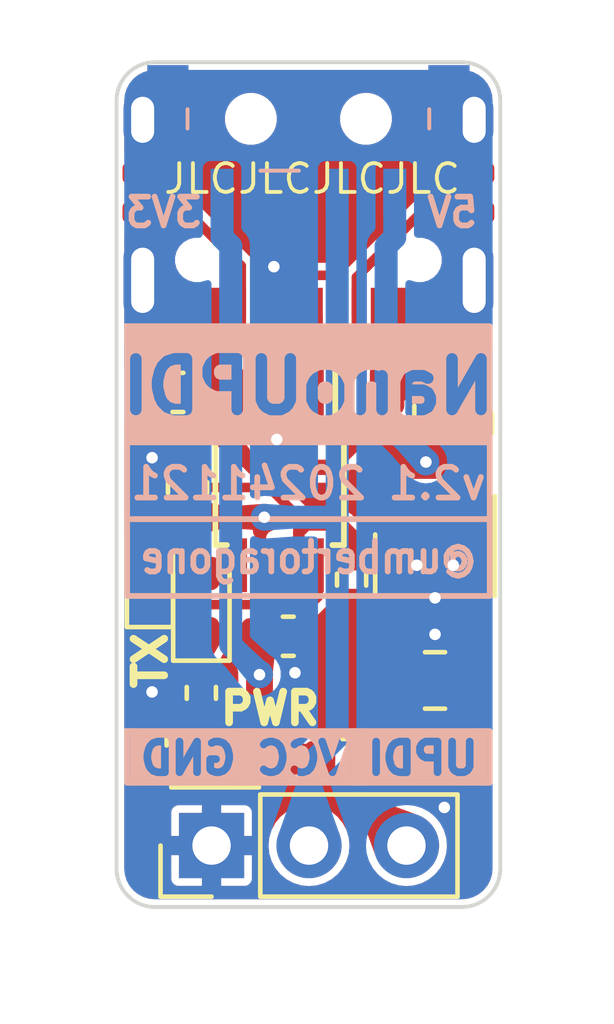
<source format=kicad_pcb>
(kicad_pcb (version 20240108) (generator "pcbnew") (generator_version "8.0")
  (layers (0 "F.Cu" signal) (31 "B.Cu" signal) (34 "B.Paste" user) (35 "F.Paste" user) (36 "B.SilkS" user "B.Silkscreen") (37 "F.SilkS" user "F.Silkscreen") (38 "B.Mask" user) (39 "F.Mask" user) (44 "Edge.Cuts" user))
  (net 0 "")
  (net 1 "+5V")
  (net 2 "GND")
  (net 3 "+5VP")
  (net 4 "D+")
  (net 5 "D-")
  (net 6 "+3V3")
  (net 7 "VCC")
  (net 8 "/UPDI")
  (net 9 "Net-(USB1-CC1)")
  (net 10 "Net-(USB1-CC2)")
  (net 13 "/TXD")
  (net 14 "/RXD")
  (net 16 "/VOUT")
  (net 17 "Net-(D2-K)")
  (net 20 "TNOW")
  (net 21 "Net-(D3-K)")
  (footprint "Diode_SMD:D_SOD-523" (layer "F.Cu") (at 147.77 90.05 90)
    (property "Reference" "D1" (hide yes))
    (property "Value" "1N4148")
    (fp_line (start 0.7 -0.6) (end -1.26 -0.6) (stroke (width 0.12)) (layer "F.SilkS"))
    (fp_line (start -1.26 -0.6) (end -1.26 0.6) (stroke (width 0.12)) (layer "F.SilkS"))
    (fp_line (start 0.7 0.6) (end -1.26 0.6) (stroke (width 0.12)) (layer "F.SilkS"))
    (pad "1" smd roundrect (at -0.7 0 270) (size 0.6 0.7) (layers "F.Cu" "F.Paste" "F.Mask") (net 13 "/TXD"))
    (pad "2" smd roundrect (at 0.7 0 270) (size 0.6 0.7) (layers "F.Cu" "F.Paste" "F.Mask") (net 14 "/RXD"))
  )
  (footprint "Resistor_SMD:R_0402_1005Metric" (layer "F.Cu") (at 149.11 93.025 90)
    (property "Reference" "R6" (hide yes))
    (property "Value" "470R")
    (fp_line (start -0.153641 -0.38) (end 0.153641 -0.38) (stroke (width 0.12)) (layer "F.SilkS"))
    (fp_line (start -0.153641 0.38) (end 0.153641 0.38) (stroke (width 0.12)) (layer "F.SilkS"))
    (pad "1" smd roundrect (at -0.51 0 90) (size 0.54 0.64) (layers "F.Cu" "F.Paste" "F.Mask") (net 2 "GND"))
    (pad "2" smd roundrect (at 0.51 0 90) (size 0.54 0.64) (layers "F.Cu" "F.Paste" "F.Mask") (net 21 "Net-(D3-K)"))
  )
  (footprint "Capacitor_SMD:C_0603_1608Metric" (layer "F.Cu") (at 148.5 85.2 180)
    (property "Reference" "C1" (hide yes))
    (property "Value" "100nF")
    (fp_line (start -0.14058 0.51) (end 0.14058 0.51) (stroke (width 0.12)) (layer "F.SilkS"))
    (fp_line (start -0.14058 -0.51) (end 0.14058 -0.51) (stroke (width 0.12)) (layer "F.SilkS"))
    (pad "1" smd roundrect (at -0.775 0 180) (size 0.9 0.95) (layers "F.Cu" "F.Paste" "F.Mask") (net 3 "+5VP"))
    (pad "2" smd roundrect (at 0.775 0 180) (size 0.9 0.95) (layers "F.Cu" "F.Paste" "F.Mask") (net 2 "GND"))
  )
  (footprint "Resistor_SMD:R_0402_1005Metric" (layer "F.Cu") (at 156.425 80 90)
    (property "Reference" "R1" (hide yes))
    (property "Value" "5k1")
    (pad "1" smd roundrect (at -0.51 0 90) (size 0.54 0.64) (layers "F.Cu" "F.Paste" "F.Mask") (net 9 "Net-(USB1-CC1)"))
    (pad "2" smd roundrect (at 0.51 0 90) (size 0.54 0.64) (layers "F.Cu" "F.Paste" "F.Mask") (net 2 "GND"))
  )
  (footprint "Resistor_SMD:R_0402_1005Metric" (layer "F.Cu") (at 147.825 94.24 90)
    (property "Reference" "R5" (hide yes))
    (property "Value" "1k")
    (fp_line (start -0.153641 -0.38) (end 0.153641 -0.38) (stroke (width 0.12)) (layer "F.SilkS"))
    (fp_line (start -0.153641 0.38) (end 0.153641 0.38) (stroke (width 0.12)) (layer "F.SilkS"))
    (pad "1" smd roundrect (at -0.51 0 90) (size 0.54 0.64) (layers "F.Cu" "F.Paste" "F.Mask") (net 17 "Net-(D2-K)"))
    (pad "2" smd roundrect (at 0.51 0 90) (size 0.54 0.64) (layers "F.Cu" "F.Paste" "F.Mask") (net 2 "GND"))
  )
  (footprint "Package_TO_SOT_SMD:SOT-23-5" (layer "F.Cu") (at 155.2 89.7 -90)
    (property "Reference" "VREG1" (hide yes))
    (property "Value" "AP2112K-3.3")
    (fp_line (start 0 1.56) (end -0.8 1.56) (stroke (width 0.12)) (layer "F.SilkS"))
    (fp_line (start 0 1.56) (end 0.8 1.56) (stroke (width 0.12)) (layer "F.SilkS"))
    (fp_line (start 0 -1.56) (end -1.8 -1.56) (stroke (width 0.12)) (layer "F.SilkS"))
    (fp_line (start 0 -1.56) (end 0.8 -1.56) (stroke (width 0.12)) (layer "F.SilkS"))
    (pad "1" smd roundrect (at -1.1375 -0.95 270) (size 1.325 0.6) (layers "F.Cu" "F.Paste" "F.Mask") (net 1 "+5V"))
    (pad "2" smd roundrect (at -1.1375 0 270) (size 1.325 0.6) (layers "F.Cu" "F.Paste" "F.Mask") (net 2 "GND"))
    (pad "3" smd roundrect (at -1.1375 0.95 270) (size 1.325 0.6) (layers "F.Cu" "F.Paste" "F.Mask") (net 1 "+5V"))
    (pad "4" smd roundrect (at 1.1375 0.95 270) (size 1.325 0.6) (layers "F.Cu" "F.Paste" "F.Mask"))
    (pad "5" smd roundrect (at 1.1375 -0.95 270) (size 1.325 0.6) (layers "F.Cu" "F.Paste" "F.Mask") (net 16 "/VOUT"))
  )
  (footprint "Resistor_SMD:R_0402_1005Metric" (layer "F.Cu") (at 153.025 90.075 -90)
    (property "Reference" "R3" (hide yes))
    (property "Value" "470R")
    (fp_line (start -0.153641 0.38) (end 0.153641 0.38) (stroke (width 0.12)) (layer "F.SilkS"))
    (fp_line (start -0.153641 -0.38) (end 0.153641 -0.38) (stroke (width 0.12)) (layer "F.SilkS"))
    (pad "1" smd roundrect (at -0.51 0 270) (size 0.54 0.64) (layers "F.Cu" "F.Paste" "F.Mask") (net 14 "/RXD"))
    (pad "2" smd roundrect (at 0.51 0 270) (size 0.54 0.64) (layers "F.Cu" "F.Paste" "F.Mask") (net 8 "/UPDI"))
  )
  (footprint "Resistor_SMD:R_0603_1608Metric" (layer "F.Cu") (at 153.025 94.75)
    (property "Reference" "R4" (hide yes))
    (property "Value" "0R")
    (fp_line (start -0.237258 -0.5225) (end 0.237258 -0.5225) (stroke (width 0.12)) (layer "F.SilkS"))
    (fp_line (start -0.237258 0.5225) (end 0.237258 0.5225) (stroke (width 0.12)) (layer "F.SilkS"))
    (pad "1" smd roundrect (at -0.825 0) (size 0.8 0.95) (layers "F.Cu" "F.Paste" "F.Mask") (net 6 "+3V3"))
    (pad "2" smd roundrect (at 0.825 0) (size 0.8 0.95) (layers "F.Cu" "F.Paste" "F.Mask") (net 16 "/VOUT"))
  )
  (footprint "Resistor_SMD:R_0402_1005Metric" (layer "F.Cu") (at 147.375 80 90)
    (property "Reference" "R2" (hide yes))
    (property "Value" "5k1")
    (pad "1" smd roundrect (at -0.51 0 90) (size 0.54 0.64) (layers "F.Cu" "F.Paste" "F.Mask") (net 10 "Net-(USB1-CC2)"))
    (pad "2" smd roundrect (at 0.51 0 90) (size 0.54 0.64) (layers "F.Cu" "F.Paste" "F.Mask") (net 2 "GND"))
  )
  (footprint "Package_SO:MSOP-10_3x3mm_P0.5mm" (layer "F.Cu") (at 151.15 87.5 -90)
    (property "Reference" "U1" (hide yes))
    (property "Value" "CH340E")
    (fp_line (start -1.675 1.675) (end 1.675 1.675) (stroke (width 0.15)) (layer "F.SilkS"))
    (fp_line (start -1.675 1.675) (end -1.675 1.375) (stroke (width 0.15)) (layer "F.SilkS"))
    (fp_line (start 1.675 1.675) (end 1.675 1.375) (stroke (width 0.15)) (layer "F.SilkS"))
    (fp_line (start -1.675 -1.45) (end -2.9 -1.45) (stroke (width 0.15)) (layer "F.SilkS"))
    (fp_line (start -1.675 -1.675) (end -1.675 -1.45) (stroke (width 0.15)) (layer "F.SilkS"))
    (fp_line (start -1.675 -1.675) (end 1.675 -1.675) (stroke (width 0.15)) (layer "F.SilkS"))
    (fp_line (start 1.675 -1.675) (end 1.675 -1.375) (stroke (width 0.15)) (layer "F.SilkS"))
    (pad "1" smd rect (at -2.2 -1 270) (size 1.4 0.3) (layers "F.Cu" "F.Paste" "F.Mask") (net 4 "D+"))
    (pad "2" smd rect (at -2.2 -0.5 270) (size 1.4 0.3) (layers "F.Cu" "F.Paste" "F.Mask") (net 5 "D-"))
    (pad "3" smd rect (at -2.2 0 270) (size 1.4 0.3) (layers "F.Cu" "F.Paste" "F.Mask") (net 2 "GND"))
    (pad "4" smd rect (at -2.2 0.5 270) (size 1.4 0.3) (layers "F.Cu" "F.Paste" "F.Mask"))
    (pad "5" smd rect (at -2.2 1 270) (size 1.4 0.3) (layers "F.Cu" "F.Paste" "F.Mask"))
    (pad "6" smd rect (at 2.2 1 270) (size 1.4 0.3) (layers "F.Cu" "F.Paste" "F.Mask") (net 20 "TNOW"))
    (pad "7" smd rect (at 2.2 0.5 270) (size 1.4 0.3) (layers "F.Cu" "F.Paste" "F.Mask") (net 7 "VCC"))
    (pad "8" smd rect (at 2.2 0 270) (size 1.4 0.3) (layers "F.Cu" "F.Paste" "F.Mask") (net 13 "/TXD"))
    (pad "9" smd rect (at 2.2 -0.5 270) (size 1.4 0.3) (layers "F.Cu" "F.Paste" "F.Mask") (net 14 "/RXD"))
    (pad "10" smd rect (at 2.2 -1 270) (size 1.4 0.3) (layers "F.Cu" "F.Paste" "F.Mask") (net 6 "+3V3"))
  )
  (footprint "Capacitor_SMD:C_0805_2012Metric" (layer "F.Cu") (at 155.95 86 90)
    (property "Reference" "C2" (hide yes))
    (property "Value" "10u")
    (fp_line (start -0.261252 -0.735) (end 0.261252 -0.735) (stroke (width 0.12)) (layer "F.SilkS"))
    (fp_line (start -0.261252 0.735) (end 0.261252 0.735) (stroke (width 0.12)) (layer "F.SilkS"))
    (pad "1" smd roundrect (at -0.95 0 90) (size 1 1.45) (layers "F.Cu" "F.Paste" "F.Mask") (net 1 "+5V"))
    (pad "2" smd roundrect (at 0.95 0 90) (size 1 1.45) (layers "F.Cu" "F.Paste" "F.Mask") (net 2 "GND"))
  )
  (footprint "Capacitor_SMD:C_0603_1608Metric" (layer "F.Cu") (at 148.75 87.675 90)
    (property "Reference" "C4" (hide yes))
    (property "Value" "100n")
    (fp_line (start -0.14058 -0.51) (end 0.14058 -0.51) (stroke (width 0.12)) (layer "F.SilkS"))
    (fp_line (start -0.14058 0.51) (end 0.14058 0.51) (stroke (width 0.12)) (layer "F.SilkS"))
    (pad "1" smd roundrect (at -0.775 0 90) (size 0.9 0.95) (layers "F.Cu" "F.Paste" "F.Mask") (net 7 "VCC"))
    (pad "2" smd roundrect (at 0.775 0 90) (size 0.9 0.95) (layers "F.Cu" "F.Paste" "F.Mask") (net 2 "GND"))
  )
  (footprint "LED_SMD:LED_0603_1608Metric" (layer "F.Cu") (at 149.8125 94.75)
    (property "Reference" "D2" (hide yes))
    (property "Value" "GREEN")
    (fp_line (start -1.485 -0.735) (end -1.485 0.735) (stroke (width 0.12)) (layer "F.SilkS"))
    (fp_line (start -1.485 0.735) (end 0.8 0.735) (stroke (width 0.12)) (layer "F.SilkS"))
    (fp_line (start 0.8 -0.735) (end -1.485 -0.735) (stroke (width 0.12)) (layer "F.SilkS"))
    (pad "1" smd roundrect (at -0.7875 0) (size 0.875 0.95) (layers "F.Cu" "F.Paste" "F.Mask") (net 17 "Net-(D2-K)"))
    (pad "2" smd roundrect (at 0.7875 0) (size 0.875 0.95) (layers "F.Cu" "F.Paste" "F.Mask") (net 6 "+3V3"))
  )
  (footprint "Connector_PinHeader_2.54mm:PinHeader_1x03_P2.54mm_Vertical" (layer "F.Cu") (at 149.375707 97.000707 90)
    (property "Reference" "J1" (hide yes))
    (property "Value" "Conn_01x03")
    (fp_line (start -1.33 -1.33) (end 0 -1.33) (stroke (width 0.12)) (layer "F.SilkS"))
    (fp_line (start -1.33 0) (end -1.33 -1.33) (stroke (width 0.12)) (layer "F.SilkS"))
    (fp_line (start 1.33 1.27) (end 1.33 6.41) (stroke (width 0.12)) (layer "F.SilkS"))
    (fp_line (start -1.33 1.27) (end 1.33 1.27) (stroke (width 0.12)) (layer "F.SilkS"))
    (fp_line (start -1.33 1.27) (end -1.33 6.41) (stroke (width 0.12)) (layer "F.SilkS"))
    (fp_line (start -1.33 6.41) (end 1.33 6.41) (stroke (width 0.12)) (layer "F.SilkS"))
    (pad "1" thru_hole rect (at 0 0 90) (size 1.7 1.7) (drill 1) (layers "*.Cu" "*.Mask") (net 2 "GND"))
    (pad "2" thru_hole oval (at 0 2.54 90) (size 1.7 1.7) (drill 1) (layers "*.Cu" "*.Mask") (net 7 "VCC"))
    (pad "3" thru_hole oval (at 0 5.08 90) (size 1.7 1.7) (drill 1) (layers "*.Cu" "*.Mask") (net 8 "/UPDI"))
  )
  (footprint "USB_C:TYPE-C-31-M-12" (layer "F.Cu") (at 151.9 78.1 180)
    (property "Reference" "USB1" (hide yes))
    (property "Value" "USB_C_Receptacle_USB2.0")
    (pad "" np_thru_hole circle (at -2.9 -3.65 180) (size 0.65 0.65) (drill 0.65) (layers "*.Cu" "*.Mask"))
    (pad "" np_thru_hole circle (at 2.9 -3.65 180) (size 0.65 0.65) (drill 0.65) (layers "*.Cu" "*.Mask"))
    (pad "A1" smd rect (at -3.225 -5.1 180) (size 0.55 1.45) (layers "F.Cu" "F.Paste" "F.Mask") (net 2 "GND"))
    (pad "A4" smd rect (at -2.425 -5.1 180) (size 0.55 1.45) (layers "F.Cu" "F.Paste" "F.Mask") (net 3 "+5VP"))
    (pad "A5" smd rect (at -1.25 -5.1 180) (size 0.25 1.45) (layers "F.Cu" "F.Paste" "F.Mask") (net 9 "Net-(USB1-CC1)"))
    (pad "A6" smd rect (at -0.25 -5.1 180) (size 0.25 1.45) (layers "F.Cu" "F.Paste" "F.Mask") (net 4 "D+"))
    (pad "A7" smd rect (at 0.25 -5.1 180) (size 0.25 1.45) (layers "F.Cu" "F.Paste" "F.Mask") (net 5 "D-"))
    (pad "A8" smd rect (at 1.25 -5.1 180) (size 0.25 1.45) (layers "F.Cu" "F.Paste" "F.Mask"))
    (pad "A9" smd rect (at 2.425 -5.1 180) (size 0.55 1.45) (layers "F.Cu" "F.Paste" "F.Mask") (net 3 "+5VP"))
    (pad "A12" smd rect (at 3.225 -5.1 180) (size 0.55 1.45) (layers "F.Cu" "F.Paste" "F.Mask") (net 2 "GND"))
    (pad "B1" smd rect (at 3.225 -5.1 180) (size 0.55 1.45) (layers "F.Cu" "F.Paste" "F.Mask") (net 2 "GND"))
    (pad "B4" smd rect (at 2.425 -5.1 180) (size 0.55 1.45) (layers "F.Cu" "F.Paste" "F.Mask") (net 3 "+5VP"))
    (pad "B5" smd rect (at 1.75 -5.1 180) (size 0.25 1.45) (layers "F.Cu" "F.Paste" "F.Mask") (net 10 "Net-(USB1-CC2)"))
    (pad "B6" smd rect (at 0.75 -5.1 180) (size 0.25 1.45) (layers "F.Cu" "F.Paste" "F.Mask") (net 4 "D+"))
    (pad "B7" smd rect (at -0.75 -5.1 180) (size 0.25 1.45) (layers "F.Cu" "F.Paste" "F.Mask") (net 5 "D-"))
    (pad "B8" smd rect (at -1.75 -5.1 180) (size 0.25 1.45) (layers "F.Cu" "F.Paste" "F.Mask"))
    (pad "B9" smd rect (at -2.425 -5.1 180) (size 0.55 1.45) (layers "F.Cu" "F.Paste" "F.Mask") (net 3 "+5VP"))
    (pad "B12" smd rect (at -3.225 -5.1 180) (size 0.55 1.45) (layers "F.Cu" "F.Paste" "F.Mask") (net 2 "GND"))
    (pad "S1" thru_hole roundrect (at -4.32 -4.18 180) (size 1 2.2) (drill oval 0.6 1.7) (layers "*.Cu" "*.Mask") (roundrect_rratio 0.5) (net 2 "GND"))
    (pad "S1" thru_hole roundrect (at -4.32 0 180) (size 1 1.6) (drill oval 0.6 1.2) (layers "*.Cu" "*.Mask") (roundrect_rratio 0.5) (net 2 "GND"))
    (pad "S1" thru_hole roundrect (at 4.32 -4.18 180) (size 1 2.2) (drill oval 0.6 1.7) (layers "*.Cu" "*.Mask") (roundrect_rratio 0.5) (net 2 "GND"))
    (pad "S1" thru_hole roundrect (at 4.32 0 180) (size 1 1.6) (drill oval 0.6 1.2) (layers "*.Cu" "*.Mask") (roundrect_rratio 0.5) (net 2 "GND"))
  )
  (footprint "Capacitor_SMD:C_0805_2012Metric" (layer "F.Cu") (at 155.2 92.7 180)
    (property "Reference" "C3" (hide yes))
    (property "Value" "10u")
    (fp_line (start -0.261252 0.735) (end 0.261252 0.735) (stroke (width 0.12)) (layer "F.SilkS"))
    (fp_line (start -0.261252 -0.735) (end 0.261252 -0.735) (stroke (width 0.12)) (layer "F.SilkS"))
    (pad "1" smd roundrect (at -0.95 0 180) (size 1 1.45) (layers "F.Cu" "F.Paste" "F.Mask") (net 16 "/VOUT"))
    (pad "2" smd roundrect (at 0.95 0 180) (size 1 1.45) (layers "F.Cu" "F.Paste" "F.Mask") (net 2 "GND"))
  )
  (footprint "LED_SMD:LED_0603_1608Metric" (layer "F.Cu") (at 149.11 90.7 90)
    (property "Reference" "D3" (hide yes))
    (property "Value" "RED")
    (fp_line (start 0.8 -0.735) (end -1.485 -0.735) (stroke (width 0.12)) (layer "F.SilkS"))
    (fp_line (start -1.485 -0.735) (end -1.485 0.735) (stroke (width 0.12)) (layer "F.SilkS"))
    (fp_line (start -1.485 0.735) (end 0.8 0.735) (stroke (width 0.12)) (layer "F.SilkS"))
    (pad "1" smd roundrect (at -0.7875 0 90) (size 0.875 0.95) (layers "F.Cu" "F.Paste" "F.Mask") (net 21 "Net-(D3-K)"))
    (pad "2" smd roundrect (at 0.7875 0 90) (size 0.875 0.95) (layers "F.Cu" "F.Paste" "F.Mask") (net 20 "TNOW"))
  )
  (footprint "Inductor_SMD:L_0805_2012Metric" (layer "F.Cu") (at 154.1 85.95 -90)
    (property "Reference" "FB1" (hide yes))
    (property "Value" "220R @ 100MHz")
    (fp_line (start -0.399622 0.56) (end 0.399622 0.56) (stroke (width 0.12)) (layer "F.SilkS"))
    (fp_line (start -0.399622 -0.56) (end 0.399622 -0.56) (stroke (width 0.12)) (layer "F.SilkS"))
    (pad "1" smd roundrect (at -1.0625 0 270) (size 0.875 1.2) (layers "F.Cu" "F.Paste" "F.Mask") (net 3 "+5VP"))
    (pad "2" smd roundrect (at 1.0625 0 270) (size 0.875 1.2) (layers "F.Cu" "F.Paste" "F.Mask") (net 1 "+5V"))
  )
  (footprint "Capacitor_SMD:C_0603_1608Metric" (layer "F.Cu") (at 151.375 91.55)
    (property "Reference" "C5" (hide yes))
    (property "Value" "100n")
    (fp_line (start -0.14058 -0.51) (end 0.14058 -0.51) (stroke (width 0.12)) (layer "F.SilkS"))
    (fp_line (start -0.14058 0.51) (end 0.14058 0.51) (stroke (width 0.12)) (layer "F.SilkS"))
    (pad "1" smd roundrect (at -0.775 0) (size 0.9 0.95) (layers "F.Cu" "F.Paste" "F.Mask") (net 6 "+3V3"))
    (pad "2" smd roundrect (at 0.775 0) (size 0.9 0.95) (layers "F.Cu" "F.Paste" "F.Mask") (net 2 "GND"))
  )
  (footprint "MSK12C02:MSK12C02" (layer "B.Cu") (at 151.9 78.075)
    (property "Reference" "SW1" (hide yes))
    (property "Value" "VCC" (hide yes))
    (fp_line (start -3.15 -0.25) (end -3.15 -0.25) (stroke (width 0.1)) (layer "B.SilkS"))
    (fp_line (start -3.15 -0.25) (end -3.15 0.25) (stroke (width 0.1)) (layer "B.SilkS"))
    (fp_line (start -3.15 0.25) (end -3.15 -0.25) (stroke (width 0.1)) (layer "B.SilkS"))
    (fp_line (start -3.15 0.25) (end -3.15 0.25) (stroke (width 0.1)) (layer "B.SilkS"))
    (fp_line (start -1.25 1.35) (end -1.25 1.35) (stroke (width 0.1)) (layer "B.SilkS"))
    (fp_line (start -1.25 1.35) (end -0.25 1.35) (stroke (width 0.1)) (layer "B.SilkS"))
    (fp_line (start -0.25 1.35) (end -1.25 1.35) (stroke (width 0.1)) (layer "B.SilkS"))
    (fp_line (start -0.25 1.35) (end -0.25 1.35) (stroke (width 0.1)) (layer "B.SilkS"))
    (fp_line (start 3.15 -0.25) (end 3.15 -0.25) (stroke (width 0.1)) (layer "B.SilkS"))
    (fp_line (start 3.15 -0.25) (end 3.15 0.25) (stroke (width 0.1)) (layer "B.SilkS"))
    (fp_line (start 3.15 0.25) (end 3.15 -0.25) (stroke (width 0.1)) (layer "B.SilkS"))
    (fp_line (start 3.15 0.25) (end 3.15 0.25) (stroke (width 0.1)) (layer "B.SilkS"))
    (pad "" np_thru_hole circle (at -1.5 0) (size 0.85 0.85) (drill 0.85) (layers "*.Cu" "*.Mask"))
    (pad "" np_thru_hole circle (at 1.5 0) (size 0.85 0.85) (drill 0.85) (layers "*.Cu" "*.Mask"))
    (pad "1" smd rect (at -2.25 1.85) (size 0.6 1.1) (layers "B.Cu" "B.Paste" "B.Mask") (net 6 "+3V3"))
    (pad "2" smd rect (at 0.75 1.85) (size 0.6 1.1) (layers "B.Cu" "B.Paste" "B.Mask") (net 7 "VCC"))
    (pad "3" smd rect (at 2.25 1.85) (size 0.6 1.1) (layers "B.Cu" "B.Paste" "B.Mask") (net 1 "+5V"))
    (pad "MP" smd rect (at -3.6625 -1.1 90) (size 0.6 1.075) (layers "B.Cu" "B.Paste" "B.Mask") (net 2 "GND"))
    (pad "MP" smd rect (at -3.6625 1.15 90) (size 0.6 1.075) (layers "B.Cu" "B.Paste" "B.Mask") (net 2 "GND"))
    (pad "MP" smd rect (at 3.6625 -1.1 90) (size 0.6 1.075) (layers "B.Cu" "B.Paste" "B.Mask") (net 2 "GND"))
    (pad "MP" smd rect (at 3.6625 1.15 90) (size 0.6 1.075) (layers "B.Cu" "B.Paste" "B.Mask") (net 2 "GND"))
  )
  (gr_rect (start 147.175 83.475) (end 156.625 84.025) (stroke (width 0.15)) (fill solid) (layer "B.SilkS"))
  (gr_rect (start 147.325 94.02) (end 147.43 95.365) (stroke (width 0.15)) (fill solid) (layer "B.SilkS"))
  (gr_rect (start 147.175 88.5) (end 156.625 90.5) (stroke (width 0.15)) (fill none) (layer "B.SilkS"))
  (gr_rect (start 147.175 85.95) (end 156.625 86.5) (stroke (width 0.15)) (fill solid) (layer "B.SilkS"))
  (gr_rect (start 156.375 94.02) (end 156.475 95.365) (stroke (width 0.15)) (fill solid) (layer "B.SilkS"))
  (gr_rect (start 153.065 94.02) (end 153.39 95.365) (stroke (width 0.15)) (fill solid) (layer "B.SilkS"))
  (gr_rect (start 147.175 86.5) (end 156.625 88.5) (stroke (width 0.15)) (fill none) (layer "B.SilkS"))
  (gr_rect (start 150.11 94.02) (end 150.465 95.365) (stroke (width 0.15)) (fill solid) (layer "B.SilkS"))
  (gr_rect (start 147.175 94.02) (end 156.625 95.365) (stroke (width 0.15)) (fill none) (layer "B.SilkS"))
  (gr_line (start 155.9 98.6) (end 147.9 98.6) (stroke (width 0.1)) (layer "Edge.Cuts"))
  (gr_arc (start 155.9 76.6) (mid 156.607107 76.892893) (end 156.9 77.6) (stroke (width 0.1)) (layer "Edge.Cuts"))
  (gr_line (start 156.9 77.6) (end 156.9 97.6) (stroke (width 0.1)) (layer "Edge.Cuts"))
  (gr_arc (start 146.9 77.6) (mid 147.192893 76.892893) (end 147.9 76.6) (stroke (width 0.1)) (layer "Edge.Cuts"))
  (gr_arc (start 147.9 98.6) (mid 147.192893 98.307107) (end 146.9 97.6) (stroke (width 0.1)) (layer "Edge.Cuts"))
  (gr_line (start 146.9 97.6) (end 146.9 77.6) (stroke (width 0.1)) (layer "Edge.Cuts"))
  (gr_arc (start 156.9 97.6) (mid 156.607107 98.307107) (end 155.9 98.6) (stroke (width 0.1)) (layer "Edge.Cuts"))
  (gr_line (start 147.9 76.6) (end 155.9 76.6) (stroke (width 0.1)) (layer "Edge.Cuts"))
  (gr_text "VCC" (at 153 95.2 0) (layer "B.SilkS" knockout) (effects (font (size 0.8 0.8) (thickness 0.2) (bold yes)) (justify left bottom mirror)))
  (gr_text "NanoUPDI" (at 151.9 85.05 0) (layer "B.SilkS" knockout) (effects (font (size 1.321 1.321) (thickness 0.3) (bold yes)) (justify mirror)))
  (gr_text "UPDI" (at 156.425 95.2 0) (layer "B.SilkS" knockout) (effects (font (size 0.8 0.8) (thickness 0.2) (bold yes)) (justify left bottom mirror)))
  (gr_text "3V3" (at 148.125 80.95 0) (layer "B.SilkS") (effects (font (size 0.75 0.7)) (justify bottom mirror)))
  (gr_text "@umbertoragone" (at 151.9 89.5 0) (layer "B.SilkS") (effects (font (size 0.8 0.7)) (justify mirror)))
  (gr_text "GND" (at 150.12 95.2 0) (layer "B.SilkS" knockout) (effects (font (size 0.8 0.8) (thickness 0.2) (bold yes)) (justify left bottom mirror)))
  (gr_text "5V" (at 155.65 80.95 0) (layer "B.SilkS") (effects (font (size 0.75 0.7)) (justify bottom mirror)))
  (gr_text "v2.1 20241121" (at 151.9 87.575 0) (layer "B.SilkS") (effects (font (size 0.8 0.8)) (justify mirror)))
  (gr_text "JLCJLCJLCJLC" (at 148.075 80.075 0) (layer "F.SilkS") (effects (font (size 0.75 0.75) (thickness 0.1)) (justify left bottom)))
  (gr_text "TX" (at 148.25 92.185 90) (layer "F.SilkS") (effects (font (size 0.8 0.8) (thickness 0.2) (bold yes)) (justify bottom)))
  (gr_text "PWR" (at 150.9 93.9 0) (layer "F.SilkS") (effects (font (size 0.8 0.8) (thickness 0.2) (bold yes)) (justify bottom)))
  (segment (start 154.9625 87.0125) (end 155.8875 87.0125) (width 0.875) (layer "F.Cu") (net 1))
  (segment (start 156.15 88.5625) (end 156.15 88.65) (width 0.6) (layer "F.Cu") (net 1))
  (segment (start 154.25 87.1625) (end 154.1 87.0125) (width 0.6) (layer "F.Cu") (net 1))
  (segment (start 155.8875 87.0125) (end 155.95 86.95) (width 0.6) (layer "F.Cu") (net 1))
  (segment (start 156.15 88.65) (end 156.15 87.15) (width 0.6) (layer "F.Cu") (net 1))
  (segment (start 154.9625 87.0125) (end 154.1 87.0125) (width 0.875) (layer "F.Cu") (net 1))
  (segment (start 156.15 87.15) (end 155.95 86.95) (width 0.6) (layer "F.Cu") (net 1))
  (segment (start 154.25 88.5625) (end 154.25 87.1625) (width 0.6) (layer "F.Cu") (net 1))
  (via (at 154.9625 87.0125) (size 0.7) (drill 0.3) (layers "F.Cu" "B.Cu") (net 1))
  (segment (start 154.9625 87.0125) (end 153.925 85.975) (width 0.6) (layer "B.Cu") (net 1))
  (segment (start 153.925 81.387563) (end 154.15 81.162563) (width 0.6) (layer "B.Cu") (net 1))
  (segment (start 153.925 85.975) (end 153.925 81.387563) (width 0.6) (layer "B.Cu") (net 1))
  (segment (start 154.15 81.162563) (end 154.15 79.925) (width 0.6) (layer "B.Cu") (net 1))
  (via (at 155.2 91.5) (size 0.7) (drill 0.3) (layers "F.Cu" "B.Cu") (net 2))
  (via (at 154.725 89.7) (size 0.7) (drill 0.3) (layers "F.Cu" "B.Cu") (net 2))
  (via (at 155.675 89.7) (size 0.7) (drill 0.3) (layers "F.Cu" "B.Cu") (net 2))
  (via (at 151 81.925) (size 0.7) (drill 0.3) (layers "F.Cu" "B.Cu") (net 2))
  (via (at 147.825 93) (size 0.7) (drill 0.3) (layers "F.Cu" "B.Cu") (net 2))
  (via (at 147.825 86.9) (size 0.7) (drill 0.3) (layers "F.Cu" "B.Cu") (net 2))
  (via (at 155.441983 96.007795) (size 0.7) (drill 0.3) (layers "F.Cu" "B.Cu") (net 2))
  (via (at 151.55 92.5) (size 0.7) (drill 0.3) (layers "F.Cu" "B.Cu") (net 2))
  (via (at 155.2 90.55) (size 0.7) (drill 0.3) (layers "F.Cu" "B.Cu") (net 2))
  (via (at 151.075 86.425) (size 0.6) (drill 0.3) (layers "F.Cu" "B.Cu") (net 2))
  (segment (start 149.375 97) (end 149.375 96.975) (width 0.7) (layer "B.Cu") (net 2))
  (segment (start 154.325 83.2) (end 154.325 84.6625) (width 0.55) (layer "F.Cu") (net 3))
  (segment (start 154.1 85.525) (end 154.1 84.8875) (width 0.6) (layer "F.Cu") (net 3))
  (segment (start 153.775 85.85) (end 152.475 87.15) (width 0.4) (layer "F.Cu") (net 3))
  (segment (start 153.775 85.85) (end 154.1 85.525) (width 0.6) (layer "F.Cu") (net 3))
  (segment (start 150.1125 86.7875) (end 149.475 86.15) (width 0.55) (layer "F.Cu") (net 3))
  (segment (start 154.325 84.6625) (end 154.1 84.8875) (width 0.55) (layer "F.Cu") (net 3))
  (segment (start 152.475 87.15) (end 150.475 87.15) (width 0.4) (layer "F.Cu") (net 3))
  (segment (start 149.475 86.15) (end 149.475 83.2) (width 0.55) (layer "F.Cu") (net 3))
  (segment (start 150.475 87.15) (end 150.1125 86.7875) (width 0.4) (layer "F.Cu") (net 3))
  (segment (start 152.15 84.575) (end 152.15 84.45) (width 0.25) (layer "F.Cu") (net 4))
  (segment (start 151.95 84.25) (end 152.15 84.05) (width 0.25) (layer "F.Cu") (net 4))
  (segment (start 152.15 84.575) (end 152.15 83.2) (width 0.25) (layer "F.Cu") (net 4))
  (segment (start 152.15 85.3) (end 152.15 84.575) (width 0.25) (layer "F.Cu") (net 4))
  (segment (start 151.15 83.2) (end 151.15 84.05) (width 0.25) (layer "F.Cu") (net 4))
  (segment (start 152.15 84.05) (end 152.15 83.2) (width 0.25) (layer "F.Cu") (net 4))
  (segment (start 152.15 84.45) (end 151.95 84.25) (width 0.25) (layer "F.Cu") (net 4))
  (segment (start 151.35 84.25) (end 151.95 84.25) (width 0.25) (layer "F.Cu") (net 4))
  (segment (start 151.15 84.05) (end 151.35 84.25) (width 0.25) (layer "F.Cu") (net 4))
  (segment (start 152.425 86.35) (end 151.875 86.35) (width 0.25) (layer "F.Cu") (net 5))
  (segment (start 151.875 86.35) (end 151.65 86.125) (width 0.25) (layer "F.Cu") (net 5))
  (segment (start 152.65 83.2) (end 152.65 86.125) (width 0.25) (layer "F.Cu") (net 5))
  (segment (start 152.65 82.375) (end 152.65 83.2) (width 0.25) (layer "F.Cu") (net 5))
  (segment (start 152.425 82.15) (end 152.65 82.375) (width 0.25) (layer "F.Cu") (net 5))
  (segment (start 151.65 83.2) (end 151.65 82.375) (width 0.25) (layer "F.Cu") (net 5))
  (segment (start 151.65 82.375) (end 151.875 82.15) (width 0.25) (layer "F.Cu") (net 5))
  (segment (start 152.65 86.125) (end 152.425 86.35) (width 0.25) (layer "F.Cu") (net 5))
  (segment (start 151.65 86.125) (end 151.65 85.3) (width 0.25) (layer "F.Cu") (net 5))
  (segment (start 151.875 82.15) (end 152.425 82.15) (width 0.25) (layer "F.Cu") (net 5))
  (segment (start 150.6 94.75) (end 150.6375 94.75) (width 0.6) (layer "F.Cu") (net 6))
  (segment (start 152.15 90.525) (end 151.925 90.75) (width 0.25) (layer "F.Cu") (net 6))
  (segment (start 150.761396 91.55) (end 150.6 91.55) (width 0.25) (layer "F.Cu") (net 6))
  (segment (start 151.925 90.75) (end 151.561396 90.75) (width 0.25) (layer "F.Cu") (net 6))
  (segment (start 150.625 94.725) (end 150.6 94.75) (width 0.7) (layer "F.Cu") (net 6))
  (segment (start 150.625 91.575) (end 150.625 94.725) (width 0.7) (layer "F.Cu") (net 6))
  (segment (start 150.6375 94.75) (end 152.2 94.75) (width 0.8) (layer "F.Cu") (net 6))
  (segment (start 152.15 89.7) (end 152.15 90.525) (width 0.25) (layer "F.Cu") (net 6))
  (segment (start 150.6 91.55) (end 150.625 91.575) (width 0.6) (layer "F.Cu") (net 6))
  (segment (start 151.561396 90.75) (end 150.761396 91.55) (width 0.25) (layer "F.Cu") (net 6))
  (via (at 150.625 92.55) (size 0.7) (drill 0.3) (layers "F.Cu" "B.Cu") (net 6))
  (segment (start 149.875 91.775) (end 150.625 92.525) (width 0.6) (layer "B.Cu") (net 6))
  (segment (start 149.875 81.387563) (end 149.875 91.775) (width 0.6) (layer "B.Cu") (net 6))
  (segment (start 149.65 79.925) (end 149.65 81.162563) (width 0.6) (layer "B.Cu") (net 6))
  (segment (start 149.65 81.162563) (end 149.875 81.387563) (width 0.6) (layer "B.Cu") (net 6))
  (segment (start 150.625 92.525) (end 150.625 92.55) (width 0.7) (layer "B.Cu") (net 6))
  (segment (start 150.65 88.55) (end 150.75 88.45) (width 0.3) (layer "F.Cu") (net 7))
  (segment (start 150.65 89.7) (end 150.65 88.55) (width 0.3) (layer "F.Cu") (net 7))
  (segment (start 148.75 88.45) (end 150.75 88.45) (width 0.6) (layer "F.Cu") (net 7))
  (via (at 150.75 88.45) (size 0.7) (drill 0.3) (layers "F.Cu" "B.Cu") (net 7))
  (segment (start 152.65 88.45) (end 150.8 88.45) (width 0.6) (layer "B.Cu") (net 7))
  (segment (start 151.915707 94.909293) (end 152.65 94.175) (width 0.6) (layer "B.Cu") (net 7))
  (segment (start 151.915707 97.000707) (end 151.915707 94.909293) (width 0.6) (layer "B.Cu") (net 7))
  (segment (start 152.65 94.175) (end 152.65 79.925) (width 0.6) (layer "B.Cu") (net 7))
  (segment (start 153.025 95.57) (end 154.455 97) (width 0.3) (layer "F.Cu") (net 8))
  (segment (start 153.025 90.585) (end 153.025 95.57) (width 0.3) (layer "F.Cu") (net 8))
  (segment (start 153.15 83.2) (end 153.15 82.2) (width 0.25) (layer "F.Cu") (net 9))
  (segment (start 153.15 82.2) (end 154.84 80.51) (width 0.25) (layer "F.Cu") (net 9))
  (segment (start 154.84 80.51) (end 156.425 80.51) (width 0.25) (layer "F.Cu") (net 9))
  (segment (start 148.76 80.51) (end 147.375 80.51) (width 0.25) (layer "F.Cu") (net 10))
  (segment (start 150.15 81.9) (end 148.76 80.51) (width 0.25) (layer "F.Cu") (net 10))
  (segment (start 150.15 83.2) (end 150.15 81.9) (width 0.25) (layer "F.Cu") (net 10))
  (segment (start 151.15 89.7) (end 151.15 90.525) (width 0.25) (layer "F.Cu") (net 13))
  (segment (start 151.15 90.525) (end 150.95 90.725) (width 0.25) (layer "F.Cu") (net 13))
  (segment (start 147.795 90.725) (end 147.77 90.75) (width 0.25) (layer "F.Cu") (net 13))
  (segment (start 150.95 90.725) (end 147.795 90.725) (width 0.25) (layer "F.Cu") (net 13))
  (segment (start 148.097183 87.675) (end 147.77 88.002183) (width 0.25) (layer "F.Cu") (net 14))
  (segment (start 151.65 88.85) (end 151.65 89.7) (width 0.3) (layer "F.Cu") (net 14))
  (segment (start 150.875 87.675) (end 148.097183 87.675) (width 0.25) (layer "F.Cu") (net 14))
  (segment (start 151.65 88.85) (end 151.65 88.5) (width 0.3) (layer "F.Cu") (net 14))
  (segment (start 153.025 88.875) (end 153.025 89.565) (width 0.3) (layer "F.Cu") (net 14))
  (segment (start 152.8 88.65) (end 153.025 88.875) (width 0.3) (layer "F.Cu") (net 14))
  (segment (start 151.6375 88.4375) (end 150.875 87.675) (width 0.25) (layer "F.Cu") (net 14))
  (segment (start 151.65 88.45) (end 151.6375 88.4375) (width 0.25) (layer "F.Cu") (net 14))
  (segment (start 151.85 88.65) (end 151.65 88.85) (width 0.3) (layer "F.Cu") (net 14))
  (segment (start 151.85 88.65) (end 151.6375 88.4375) (width 0.25) (layer "F.Cu") (net 14))
  (segment (start 147.77 88.002183) (end 147.77 89.35) (width 0.25) (layer "F.Cu") (net 14))
  (segment (start 151.65 88.5) (end 151.65 88.45) (width 0.25) (layer "F.Cu") (net 14))
  (segment (start 151.85 88.65) (end 152.8 88.65) (width 0.3) (layer "F.Cu") (net 14))
  (segment (start 156.15 92.85) (end 156.15 93.6) (width 0.8) (layer "F.Cu") (net 16))
  (segment (start 156.15 93.6) (end 155 94.75) (width 0.8) (layer "F.Cu") (net 16))
  (segment (start 156.15 90.8375) (end 156.15 92.85) (width 0.6) (layer "F.Cu") (net 16))
  (segment (start 155 94.75) (end 153.85 94.75) (width 0.8) (layer "F.Cu") (net 16))
  (segment (start 147.825 94.75) (end 149.0625 94.75) (width 0.3) (layer "F.Cu") (net 17))
  (segment (start 149.6775 89.9125) (end 149.11 89.9125) (width 0.25) (layer "F.Cu") (net 20))
  (segment (start 150.15 89.7) (end 149.89 89.7) (width 0.25) (layer "F.Cu") (net 20))
  (segment (start 149.89 89.7) (end 149.6775 89.9125) (width 0.25) (layer "F.Cu") (net 20))
  (segment (start 149.11 92.515) (end 149.11 91.4875) (width 0.25) (layer "F.Cu") (net 21))
  (zone (net 2) (net_name "GND") (layers "F&B.Cu") (connect_pads (clearance 0.2)) (min_thickness 0.2) (fill yes (thermal_gap 0.2) (thermal_bridge_width 0.5))
    (polygon (pts (xy 146.9 76.6) (xy 156.9 76.6) (xy 156.9 98.6) (xy 146.9 98.6)))
  )
)
</source>
